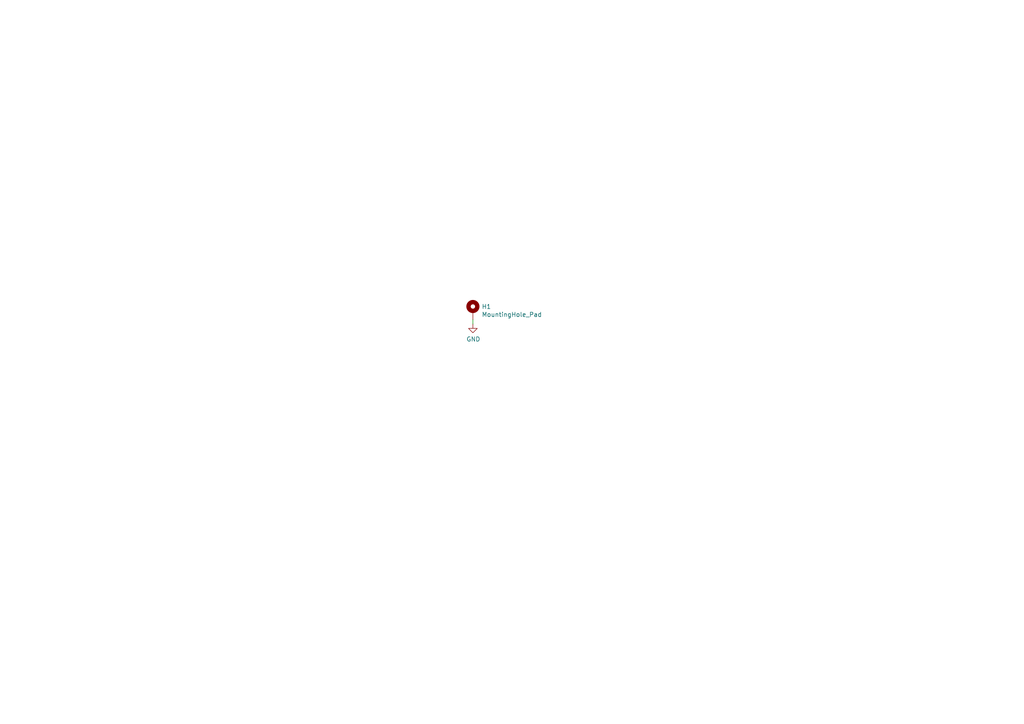
<source format=kicad_sch>
(kicad_sch (version 20231120) (generator "eeschema") (generator_version "8.0")
  (paper "A4")
  (lib_symbols
    (symbol "Mechanical:MountingHole_Pad" (pin_numbers hide) (pin_names (offset 1.016) hide)
      (property "Reference" "H" (at 0 6.35 0))
      (property "Value" "MountingHole_Pad" (at 0 4.445 0))
      (symbol "MountingHole_Pad_0_1"
        (circle (center 0 1.27) (radius 1.27) (stroke (width 1.27)))
      )
      (symbol "MountingHole_Pad_1_1"
        (pin input line (at 0 -2.54 90) (length 2.54) (name "1") (number "1"))
      )
    )
    (symbol "power:GND" (power) (pin_names (offset 0))
      (property "Value" "GND" (at 0 -3.81 0))
      (symbol "GND_0_1"
        (polyline (pts (xy 0 0) (xy 0 -1.27) (xy 1.27 -1.27) (xy 0 -2.54) (xy -1.27 -1.27) (xy 0 -1.27)))
      )
      (symbol "GND_1_1"
        (pin power_in line (at 0 0 270) (length 0) hide (name "GND") (number "1"))
      )
    )
  )
  (wire (pts (xy 137.16 92.71) (xy 137.16 93.98)))
  (symbol (lib_id "Mechanical:MountingHole_Pad") (at 137.16 90.17 0) (unit 1)
    (property "Reference" "H1" (at 139.7 88.9254 0) (effects (justify left)))
    (property "Value" "MountingHole_Pad" (at 139.7 91.2368 0) (effects (justify left)))
    (property "Footprint" "MountingHole:MountingHole_2.5mm_Pad" (effects (hide yes)))
  )
  (symbol (lib_id "power:GND") (at 137.16 93.98 0) (unit 1)
    (property "Reference" "#PWR087" (effects (hide yes)))
    (property "Value" "GND" (at 137.287 98.3742 0))
  )
)
</source>
